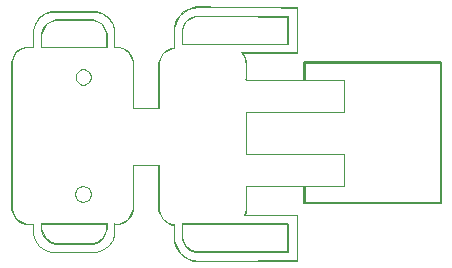
<source format=gm1>
%FSTAX23Y23*%
%MOIN*%
%SFA1B1*%

%IPPOS*%
%ADD15C,0.002700*%
%ADD41C,0.002710*%
%ADD42C,0.002680*%
%ADD43C,0.005000*%
%LNusb-1*%
%LPD*%
G54D15*
X01252Y01211D02*
D01*
D01*
G75*
G03X01251Y01212I-00001J0D01*
G74*G01*
Y018D02*
D01*
D01*
G75*
G03X01252Y01802I0J00001D01*
G74*G01*
X01521D02*
D01*
D01*
G75*
G03X01522Y018I00001J0D01*
G74*G01*
X0172Y01798D02*
D01*
D01*
G75*
G03X01721Y01799I-0J00001D01*
G74*G01*
X01947Y01783D02*
D01*
D01*
G75*
G03X01946Y0178I0J-00001D01*
G74*G01*
X0196Y01692D02*
D01*
D01*
G75*
G03X01962Y0169I00001J0D01*
G74*G01*
X02157Y01693D02*
D01*
D01*
G75*
G03X02157Y01695I-00002J00001D01*
G74*G01*
Y01335D02*
D01*
D01*
G75*
G03X02157Y01335I-00002J0D01*
G74*G01*
X01962Y01338D02*
D01*
D01*
G75*
G03X0196Y01336I0J-00001D01*
G74*G01*
X01955Y01242D02*
D01*
D01*
G75*
G03X01957Y0124I00001J-0D01*
G74*G01*
X01721Y01209D02*
D01*
D01*
G75*
G03X0172Y0121I-00001J-0D01*
G74*G01*
X01522Y01212D02*
D01*
D01*
G75*
G03X01521Y01211I0J-00001D01*
G74*G01*
X01583Y01599D02*
X01585Y01598D01*
X01669D02*
X0167Y01599D01*
X01583Y01407D02*
X01585Y01409D01*
X01669D02*
X0167Y01407D01*
X02154Y0169D02*
X02157Y01693D01*
X01962Y0169D02*
X02154D01*
X02154Y01338D02*
X02157Y01335D01*
X02157Y01335D02*
Y01335D01*
X01962Y01338D02*
X02154D01*
X01776Y01125D02*
X01792Y01121D01*
X01761Y01137D02*
X01776Y01125D01*
X01751Y01153D02*
X01761Y01137D01*
X01748Y01166D02*
X01751Y01153D01*
X01748Y01166D02*
Y01214D01*
X02099*
Y01122D02*
Y01214D01*
X02096Y01122D02*
X02099Y01122D01*
X02087Y01122D02*
X02096Y01122D01*
X02074Y01122D02*
X02087Y01122D01*
X02056Y01122D02*
X02074Y01122D01*
X02035Y01122D02*
X02056Y01122D01*
X02012Y01122D02*
X02035Y01122D01*
X01987Y01122D02*
X02012Y01122D01*
X0196Y01122D02*
X01987Y01122D01*
X01933Y01122D02*
X0196Y01122D01*
X01907Y01121D02*
X01933Y01122D01*
X01882Y01121D02*
X01907Y01121D01*
X01858Y01121D02*
X01882Y01121D01*
X01837Y01121D02*
X01858Y01121D01*
X0182Y01121D02*
X01837Y01121D01*
X01806Y01121D02*
X0182Y01121D01*
X018Y01121D02*
X01806Y01121D01*
X01792Y01121D02*
X018D01*
X01295Y01163D02*
X01311Y01152D01*
X01327Y01148*
X01447*
X01463Y01152*
X0148Y01163*
X01491Y0118*
X01496Y01196*
Y01213*
X01279D02*
X01496D01*
X01279Y01196D02*
Y01213D01*
Y01196D02*
X01283Y0118D01*
X01295Y01163*
X01279Y01801D02*
X01496D01*
Y01843*
X01491Y01859D02*
X01496Y01843D01*
X0148Y01876D02*
X01491Y01859D01*
X01463Y01887D02*
X0148Y01876D01*
X01447Y01891D02*
X01463Y01887D01*
X01327Y01891D02*
X01447D01*
X01311Y01887D02*
X01327Y01891D01*
X01295Y01876D02*
X01311Y01887D01*
X01283Y01859D02*
X01295Y01876D01*
X01279Y01843D02*
X01283Y01859D01*
X01279Y01801D02*
Y01843D01*
X01748Y0181D02*
X02099D01*
Y01902*
X02096Y01902D02*
X02099Y01902D01*
X02087Y01902D02*
X02096Y01902D01*
X02074Y01902D02*
X02087Y01902D01*
X02056Y01902D02*
X02074Y01902D01*
X02035Y01902D02*
X02056Y01902D01*
X02012Y01902D02*
X02035Y01902D01*
X01987Y01903D02*
X02012Y01902D01*
X0196Y01903D02*
X01987Y01903D01*
X01933Y01903D02*
X0196Y01903D01*
X01907Y01903D02*
X01933Y01903D01*
X01882Y01903D02*
X01907Y01903D01*
X01858Y01903D02*
X01882Y01903D01*
X01837Y01903D02*
X01858Y01903D01*
X0182Y01903D02*
X01837Y01903D01*
X01806Y01903D02*
X0182Y01903D01*
X018Y01903D02*
X01806Y01903D01*
X01792Y01903D02*
X018D01*
X01776Y01899D02*
X01792Y01903D01*
X01761Y01887D02*
X01776Y01899D01*
X01751Y01872D02*
X01761Y01887D01*
X01748Y01858D02*
X01751Y01872D01*
X01748Y0181D02*
Y01858D01*
X01272Y01138D02*
X01292Y01124D01*
X01258Y01159D02*
X01272Y01138D01*
X01252Y01178D02*
X01258Y01159D01*
X01252Y01178D02*
Y01211D01*
X01229Y01212D02*
X01251D01*
X01213Y01217D02*
X01229Y01212D01*
X01195Y01228D02*
X01213Y01217D01*
X01184Y01246D02*
X01195Y01228D01*
X0118Y01261D02*
X01184Y01246D01*
X0118Y01261D02*
Y01752D01*
X01184Y01767*
X01195Y01785*
X01213Y01796*
X01229Y018*
X01251*
X01252Y01802D02*
Y01859D01*
X01258Y01878*
X01272Y01899*
X01292Y01913*
X01311Y01918*
X01462*
X01481Y01913*
X01501Y01899*
X01516Y01878*
X01521Y01859*
Y01802D02*
Y01859D01*
X01522Y018D02*
X01534D01*
X0155Y01796*
X01567Y01785*
X01579Y01767*
X01583Y01752*
Y01599D02*
Y01752D01*
X01585Y01598D02*
X01669D01*
X0167Y01599D02*
Y01749D01*
X01674Y01764*
X01685Y0178*
X017Y01792*
X01715Y01797*
X0172Y01798*
X01721Y01799D02*
Y01857D01*
X01722Y01868*
X01726Y01882*
X01733Y01896*
X01742Y01908*
X01753Y01919*
X01767Y01927*
X01783Y01932*
X01797Y01934*
X01805*
X01814Y01934*
X01832Y01934*
X01852Y01934*
X01876Y01934*
X01902Y01934*
X0193Y01934*
X01959Y01933*
X01987Y01933*
X02015Y01933*
X02042Y01933*
X02066Y01933*
X02088Y01932*
X02106Y01932*
X0212Y01932*
X02129Y01932*
X02131Y01932*
Y01783D02*
Y01932D01*
X01947Y01783D02*
X02131D01*
X01946Y0178D02*
X01947Y01779D01*
X01952Y01773*
X01956Y01764*
X01959Y01754*
X0196Y01746*
Y01692D02*
Y01746D01*
X02157Y01695D02*
Y01747D01*
X02607*
Y01282D02*
Y01747D01*
X02157Y01282D02*
X02607D01*
X02157D02*
Y01335D01*
X0196Y01261D02*
Y01336D01*
X01959Y01252D02*
X0196Y01261D01*
X01956Y01243D02*
X01959Y01252D01*
X01955Y01242D02*
X01956Y01243D01*
X01957Y0124D02*
X02131D01*
Y0109D02*
Y0124D01*
X02129Y0109D02*
X02131Y0109D01*
X0212Y0109D02*
X02129Y0109D01*
X02106Y0109D02*
X0212Y0109D01*
X02088Y0109D02*
X02106Y0109D01*
X02066Y0109D02*
X02088Y0109D01*
X02042Y0109D02*
X02066Y0109D01*
X02015Y0109D02*
X02042Y0109D01*
X01987Y01089D02*
X02015Y0109D01*
X01959Y01089D02*
X01987Y01089D01*
X0193Y01089D02*
X01959Y01089D01*
X01902Y01089D02*
X0193Y01089D01*
X01876Y01089D02*
X01902Y01089D01*
X01852Y01088D02*
X01876Y01089D01*
X01832Y01088D02*
X01852Y01088D01*
X01814Y01088D02*
X01832Y01088D01*
X01805Y01088D02*
X01814Y01088D01*
X01797Y01088D02*
X01805D01*
X01783Y0109D02*
X01797Y01088D01*
X01767Y01095D02*
X01783Y0109D01*
X01753Y01104D02*
X01767Y01095D01*
X01742Y01114D02*
X01753Y01104D01*
X01733Y01127D02*
X01742Y01114D01*
X01726Y0114D02*
X01733Y01127D01*
X01722Y01155D02*
X01726Y0114D01*
X01721Y01165D02*
X01722Y01155D01*
X01721Y01165D02*
Y01209D01*
X01715Y0121D02*
X0172Y0121D01*
X017Y01215D02*
X01715Y0121D01*
X01685Y01227D02*
X017Y01215D01*
X01674Y01244D02*
X01685Y01227D01*
X0167Y01259D02*
X01674Y01244D01*
X0167Y01259D02*
Y01407D01*
X01585Y01409D02*
X01669D01*
X01583Y01261D02*
Y01407D01*
X01579Y01246D02*
X01583Y01261D01*
X01567Y01228D02*
X01579Y01246D01*
X0155Y01217D02*
X01567Y01228D01*
X01534Y01212D02*
X0155Y01217D01*
X01522Y01212D02*
X01534D01*
X01521Y01178D02*
Y01211D01*
X01516Y01159D02*
X01521Y01178D01*
X01501Y01138D02*
X01516Y01159D01*
X01481Y01124D02*
X01501Y01138D01*
X01462Y01119D02*
X01481Y01124D01*
X01311Y01119D02*
X01462D01*
X01292Y01124D02*
X01311Y01119D01*
G54D41*
X01278Y01802D02*
X01495D01*
X01278D02*
Y01839D01*
Y01844*
X01282Y0186*
X01293Y01877*
X0131Y01888*
X01326Y01893*
X01331*
X01442*
X01447*
X01463Y01888*
X0148Y01877*
X01491Y0186*
X01495Y01844*
Y01839D02*
Y01844D01*
Y01802D02*
Y01839D01*
X01278Y01211D02*
X01495D01*
Y01198D02*
Y01211D01*
Y01193D02*
Y01198D01*
X01491Y01178D02*
X01495Y01193D01*
X0148Y01161D02*
X01491Y01178D01*
X01463Y01149D02*
X0148Y01161D01*
X01447Y01145D02*
X01463Y01149D01*
X01442Y01145D02*
X01447D01*
X01331D02*
X01442D01*
X01326D02*
X01331D01*
X0131Y01149D02*
X01326Y01145D01*
X01293Y01161D02*
X0131Y01149D01*
X01282Y01178D02*
X01293Y01161D01*
X01278Y01193D02*
X01282Y01178D01*
X01278Y01193D02*
Y01198D01*
Y01211*
X01749Y01211D02*
X02102D01*
Y01119D02*
Y01211D01*
X02099Y01119D02*
X02102Y01119D01*
X0209Y01119D02*
X02099Y01119D01*
X02077Y01119D02*
X0209Y01119D01*
X02059Y01119D02*
X02077Y01119D01*
X02038Y01119D02*
X02059Y01119D01*
X02015Y01119D02*
X02038Y01119D01*
X01989Y01119D02*
X02015Y01119D01*
X01963Y01119D02*
X01989Y01119D01*
X01936Y01119D02*
X01963Y01119D01*
X01909Y01118D02*
X01936Y01119D01*
X01884Y01118D02*
X01909Y01118D01*
X0186Y01118D02*
X01884Y01118D01*
X01839Y01118D02*
X0186Y01118D01*
X01821Y01118D02*
X01839Y01118D01*
X01808Y01118D02*
X01821Y01118D01*
X01801Y01118D02*
X01808Y01118D01*
X01799Y01118D02*
X01801D01*
X01794D02*
X01799D01*
X01777Y01122D02*
X01794Y01118D01*
X01762Y01134D02*
X01777Y01122D01*
X01752Y0115D02*
X01762Y01134D01*
X01749Y01163D02*
X01752Y0115D01*
X01749Y01163D02*
Y01168D01*
Y01172*
Y01184*
Y01198*
Y01208*
Y01211*
Y01811D02*
X02102D01*
X01749D02*
Y01815D01*
Y01825*
Y01839*
Y01851*
Y01855*
Y01859*
X01752Y01873*
X01762Y01889*
X01777Y019*
X01794Y01905*
X01799*
X01801*
X01808Y01905*
X01821Y01904*
X01839Y01904*
X0186Y01904*
X01884Y01904*
X01909Y01904*
X01936Y01904*
X01963Y01904*
X01989Y01904*
X02015Y01904*
X02038Y01904*
X02059Y01903*
X02077Y01903*
X0209Y01903*
X02099Y01903*
X02102Y01903*
Y01811D02*
Y01903D01*
X01669Y01598D02*
Y01744D01*
X01585Y01598D02*
X01669D01*
X01585D02*
Y01746D01*
Y01752*
X0158Y01768D02*
X01585Y01752D01*
X01568Y01786D02*
X0158Y01768D01*
X01551Y01797D02*
X01568Y01786D01*
X01535Y01802D02*
X01551Y01797D01*
X01529Y01802D02*
X01535D01*
X01522D02*
X01529D01*
X01522D02*
Y01853D01*
Y01859*
X01517Y01879D02*
X01522Y01859D01*
X01502Y019D02*
X01517Y01879D01*
X01481Y01914D02*
X01502Y019D01*
X01462Y0192D02*
X01481Y01914D01*
X01455Y0192D02*
X01462D01*
X01318D02*
X01455D01*
X01311D02*
X01318D01*
X01292Y01914D02*
X01311Y0192D01*
X01271Y019D02*
X01292Y01914D01*
X01256Y01879D02*
X01271Y019D01*
X01251Y01859D02*
X01256Y01879D01*
X01251Y01853D02*
Y01859D01*
Y01802D02*
Y01853D01*
X01234Y01802D02*
X01251D01*
X01228D02*
X01234D01*
X01212Y01797D02*
X01228Y01802D01*
X01194Y01786D02*
X01212Y01797D01*
X01183Y01768D02*
X01194Y01786D01*
X01178Y01752D02*
X01183Y01768D01*
X01178Y01746D02*
Y01752D01*
Y01267D02*
Y01746D01*
Y01261D02*
Y01267D01*
Y01261D02*
X01183Y01245D01*
X01194Y01227*
X01212Y01215*
X01228Y01211*
X01234*
X01251*
Y01185D02*
Y01211D01*
Y01178D02*
Y01185D01*
Y01178D02*
X01256Y01159D01*
X01271Y01137*
X01292Y01123*
X01311Y01118*
X01318*
X01455*
X01462*
X01481Y01123*
X01502Y01137*
X01517Y01159*
X01522Y01178*
Y01185*
Y01211*
X01529*
X01535*
X01551Y01215*
X01568Y01227*
X0158Y01245*
X01585Y01261*
Y01267*
Y01409*
X01669*
Y01264D02*
Y01409D01*
Y01259D02*
Y01264D01*
Y01259D02*
X01673Y01243D01*
X01684Y01226*
X017Y01214*
X01715Y01209*
X0172Y01209*
Y01204D02*
Y01209D01*
Y0119D02*
Y01204D01*
Y01174D02*
Y0119D01*
Y01169D02*
Y01174D01*
Y01165D02*
Y01169D01*
Y01165D02*
X01721Y01154D01*
X01725Y0114*
X01732Y01126*
X01741Y01113*
X01752Y01103*
X01766Y01094*
X01783Y01089*
X01797Y01087*
X01802*
X01805*
X01814Y01087*
X01832Y01087*
X01852Y01087*
X01876Y01087*
X01902Y01087*
X0193Y01088*
X01959Y01088*
X01987Y01088*
X02015Y01088*
X02042Y01088*
X02066Y01089*
X02088Y01089*
X02106Y01089*
X0212Y01089*
X02129Y01089*
X02132Y01089*
Y01241*
X01957D02*
X02132D01*
X01957D02*
X01957Y01243D01*
X0196Y01252*
X01962Y01261*
Y01264*
Y01336*
X02287*
Y01443*
Y01585D02*
Y01692D01*
X01962D02*
X02287D01*
X01962D02*
Y01744D01*
Y01746*
X01961Y01754D02*
X01962Y01746D01*
X01958Y01764D02*
X01961Y01754D01*
X01953Y01773D02*
X01958Y01764D01*
X01948Y01779D02*
X01953Y01773D01*
X01947Y01781D02*
X01948Y01779D01*
X01947Y01781D02*
X02132D01*
Y01934*
X02129Y01934D02*
X02132Y01934D01*
X0212Y01934D02*
X02129Y01934D01*
X02106Y01934D02*
X0212Y01934D01*
X02088Y01934D02*
X02106Y01934D01*
X02066Y01934D02*
X02088Y01934D01*
X02042Y01934D02*
X02066Y01934D01*
X02015Y01934D02*
X02042Y01934D01*
X01987Y01935D02*
X02015Y01934D01*
X01959Y01935D02*
X01987Y01935D01*
X0193Y01935D02*
X01959Y01935D01*
X01902Y01935D02*
X0193Y01935D01*
X01876Y01935D02*
X01902Y01935D01*
X01852Y01935D02*
X01876Y01935D01*
X01832Y01936D02*
X01852Y01935D01*
X01814Y01936D02*
X01832Y01936D01*
X01805Y01936D02*
X01814Y01936D01*
X01802Y01936D02*
X01805D01*
X01797D02*
X01802D01*
X01783Y01934D02*
X01797Y01936D01*
X01766Y01928D02*
X01783Y01934D01*
X01752Y0192D02*
X01766Y01928D01*
X01741Y01909D02*
X01752Y0192D01*
X01732Y01897D02*
X01741Y01909D01*
X01725Y01883D02*
X01732Y01897D01*
X01721Y01868D02*
X01725Y01883D01*
X0172Y01857D02*
X01721Y01868D01*
X0172Y01853D02*
Y01857D01*
Y01846D02*
Y01853D01*
Y01824D02*
Y01846D01*
Y01805D02*
Y01824D01*
Y01799D02*
Y01805D01*
X01715Y01799D02*
X0172Y01799D01*
X017Y01793D02*
X01715Y01799D01*
X01684Y01781D02*
X017Y01793D01*
X01673Y01764D02*
X01684Y01781D01*
X01669Y01749D02*
X01673Y01764D01*
X01669Y01744D02*
Y01749D01*
X01962Y01443D02*
X02287D01*
X01962D02*
Y01585D01*
X02287*
X01443Y01698D02*
Y01701D01*
X01441Y01691D02*
X01443Y01698D01*
X01436Y01683D02*
X01441Y01691D01*
X01428Y01677D02*
X01436Y01683D01*
X0142Y01675D02*
X01428Y01677D01*
X01418Y01675D02*
X0142D01*
X01415D02*
X01418D01*
X01408Y01677D02*
X01415Y01675D01*
X014Y01683D02*
X01408Y01677D01*
X01395Y01691D02*
X014Y01683D01*
X01393Y01698D02*
X01395Y01691D01*
X01393Y01698D02*
Y01701D01*
Y01703*
X01395Y0171*
X014Y01718*
X01408Y01724*
X01415Y01726*
X01418*
X0142*
X01428Y01724*
X01436Y01718*
X01441Y0171*
X01443Y01703*
Y01701D02*
Y01703D01*
G54D42*
X01417Y01337D02*
X01419D01*
X01443Y01308D02*
Y01311D01*
X01414Y01285D02*
X01417D01*
X01441Y01321D02*
X01443Y01313D01*
X01417Y01285D02*
X01419D01*
X01443Y01311D02*
Y01313D01*
X01419Y01337D02*
X01427Y01335D01*
X01436Y01292D02*
X01441Y01301D01*
X01436Y0133D02*
X01441Y01321D01*
X01427Y01335D02*
X01436Y0133D01*
X01441Y01301D02*
X01443Y01308D01*
X01427Y01287D02*
X01436Y01292D01*
X01414Y01337D02*
X01417D01*
X01419Y01285D02*
X01427Y01287D01*
X01391Y01311D02*
Y01313D01*
X01393Y01321D02*
X01398Y0133D01*
X01407Y01335*
X01391Y01313D02*
X01393Y01321D01*
Y01301D02*
X01398Y01292D01*
X01407Y01287D02*
X01414Y01285D01*
X01391Y01308D02*
X01393Y01301D01*
X01407Y01335D02*
X01414Y01337D01*
X01398Y01292D02*
X01407Y01287D01*
X01391Y01308D02*
Y01311D01*
G54D43*
X02155Y0128D02*
Y01335D01*
Y0128D02*
X0261D01*
Y0175*
X02155D02*
X0261D01*
X02155Y01695D02*
Y0175D01*
M02*
</source>
